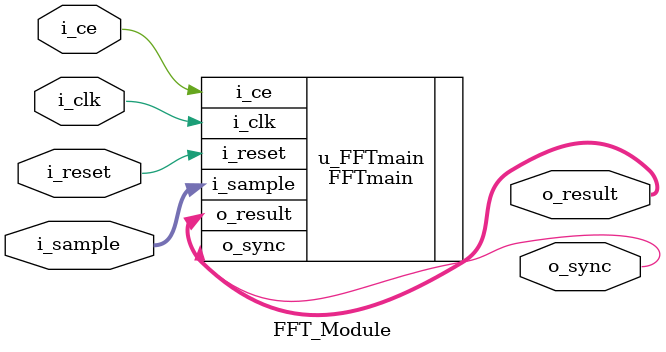
<source format=v>
module FFT_Module(i_clk,i_reset,i_ce,i_sample,o_result,o_sync);
  
  parameter	IWIDTH = 8;
  parameter OWIDTH = 8;
  input wire i_clk, i_reset, i_ce;
  input wire [(2*IWIDTH-1):0]	i_sample;
  output  [(2*OWIDTH-1):0]	 o_result;
  output  o_sync;
  
  
  FFTmain u_FFTmain (.i_clk(i_clk), 
							.i_reset(i_reset), 
							.i_ce(i_ce), 
							.i_sample(i_sample), 
							.o_result(o_result), 
							.o_sync(o_sync)
							);
  
endmodule
</source>
